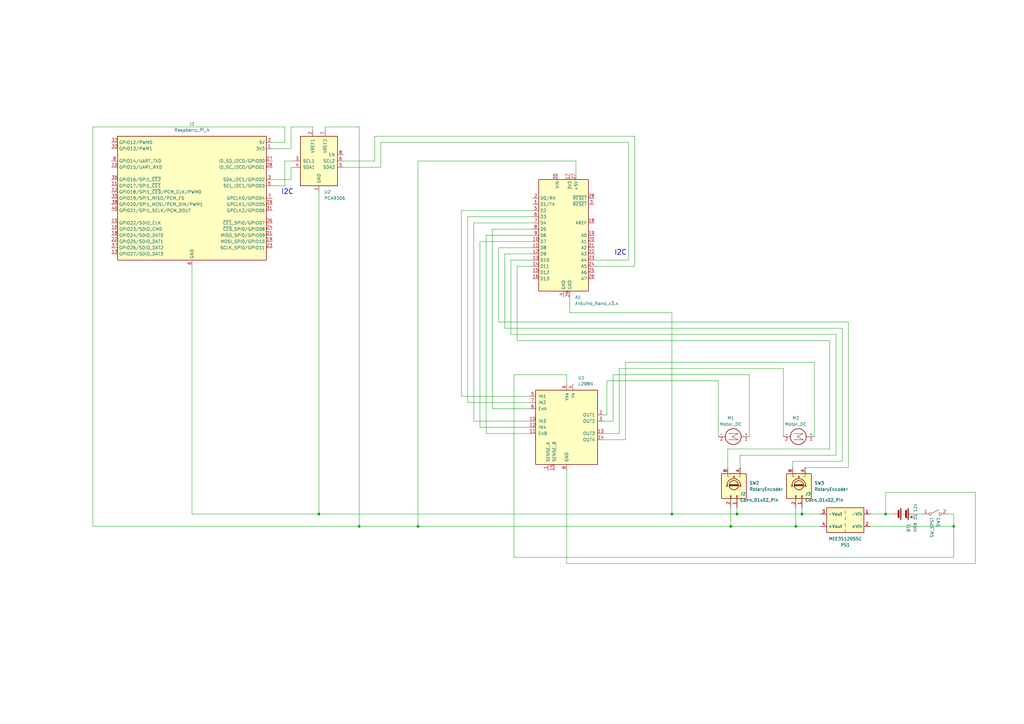
<source format=kicad_sch>
(kicad_sch (version 20250114) (generator "eeschema") (generator_version "9.0")
  (paper "A3")
  (lib_symbols
    (symbol "Connector:Conn_01x02_Pin" (pin_names (offset 1.016) (hide yes))
      (property "Reference" "J" (at 0 2.54 0))
      (property "Value" "Conn_01x02_Pin" (at 0 -5.08 0))
      (symbol "Conn_01x02_Pin_1_1"
        (rectangle (start 0.8636 0.127) (end 0 -0.127) (stroke (width 0.1524)) (fill (type outline)))
        (rectangle (start 0.8636 -2.413) (end 0 -2.667) (stroke (width 0.1524)) (fill (type outline)))
        (polyline (pts (xy 1.27 0) (xy 0.8636 0)) (stroke (width 0.1524)))
        (polyline (pts (xy 1.27 -2.54) (xy 0.8636 -2.54)) (stroke (width 0.1524)))
        (pin passive line (at 5.08 0 180) (length 3.81) (name "Pin_1") (number "1"))
        (pin passive line (at 5.08 -2.54 180) (length 3.81) (name "Pin_2") (number "2"))
      )
    )
    (symbol "Connector:Raspberry_Pi_4"
      (property "Reference" "J" (at -17.526 48.768 0))
      (property "Value" "Raspberry_Pi_4" (at 15.748 -26.416 0))
      (symbol "Raspberry_Pi_4_0_1"
        (rectangle (start -30.48 25.4) (end 30.48 -25.4) (stroke (width 0.254)) (fill (type background)))
      )
      (symbol "Raspberry_Pi_4_1_1"
        (pin bidirectional line (at -33.02 22.86 0) (length 2.54) (name "GPIO12/PWM0") (number "32"))
        (pin bidirectional line (at -33.02 20.32 0) (length 2.54) (name "GPIO13/PWM1") (number "33"))
        (pin bidirectional line (at -33.02 15.24 0) (length 2.54) (name "GPIO14/UART_TXD") (number "8"))
        (pin bidirectional line (at -33.02 12.7 0) (length 2.54) (name "GPIO15/UART_RXD") (number "10"))
        (pin bidirectional line (at -33.02 7.62 0) (length 2.54) (name "GPIO16/SPI1_~{CE2}") (number "36"))
        (pin bidirectional line (at -33.02 5.08 0) (length 2.54) (name "GPIO17/SPI1_~{CE1}") (number "11"))
        (pin bidirectional line (at -33.02 2.54 0) (length 2.54) (name "GPIO18/SPI1_~{CE0}/PCM_CLK/PWM0") (number "12"))
        (pin bidirectional line (at -33.02 0 0) (length 2.54) (name "GPIO19/SPI1_MISO/PCM_FS") (number "35"))
        (pin bidirectional line (at -33.02 -2.54 0) (length 2.54) (name "GPIO20/SPI1_MOSI/PCM_DIN/PWM1") (number "38"))
        (pin bidirectional line (at -33.02 -5.08 0) (length 2.54) (name "GPIO21/SPI1_SCLK/PCM_DOUT") (number "40"))
        (pin bidirectional line (at -33.02 -10.16 0) (length 2.54) (name "GPIO22/SDIO_CLK") (number "15"))
        (pin bidirectional line (at -33.02 -12.7 0) (length 2.54) (name "GPIO23/SDIO_CMD") (number "16"))
        (pin bidirectional line (at -33.02 -15.24 0) (length 2.54) (name "GPIO24/SDIO_DAT0") (number "18"))
        (pin bidirectional line (at -33.02 -17.78 0) (length 2.54) (name "GPIO25/SDIO_DAT1") (number "22"))
        (pin bidirectional line (at -33.02 -20.32 0) (length 2.54) (name "GPIO26/SDIO_DAT2") (number "37"))
        (pin bidirectional line (at -33.02 -22.86 0) (length 2.54) (name "GPIO27/SDIO_DAT3") (number "13"))
        (pin passive line (at 0 -27.94 90) (length 2.54) (hide yes) (name "GND") (number "14"))
        (pin passive line (at 0 -27.94 90) (length 2.54) (hide yes) (name "GND") (number "20"))
        (pin passive line (at 0 -27.94 90) (length 2.54) (hide yes) (name "GND") (number "25"))
        (pin passive line (at 0 -27.94 90) (length 2.54) (hide yes) (name "GND") (number "30"))
        (pin passive line (at 0 -27.94 90) (length 2.54) (hide yes) (name "GND") (number "34"))
        (pin passive line (at 0 -27.94 90) (length 2.54) (hide yes) (name "GND") (number "39"))
        (pin power_out line (at 0 -27.94 90) (length 2.54) (name "GND") (number "6"))
        (pin passive line (at 0 -27.94 90) (length 2.54) (hide yes) (name "GND") (number "9"))
        (pin power_out line (at 33.02 22.86 180) (length 2.54) (name "5V") (number "2"))
        (pin passive line (at 33.02 22.86 180) (length 2.54) (hide yes) (name "5V") (number "4"))
        (pin power_out line (at 33.02 20.32 180) (length 2.54) (name "3V3") (number "1"))
        (pin passive line (at 33.02 20.32 180) (length 2.54) (hide yes) (name "3V3") (number "17"))
        (pin bidirectional line (at 33.02 15.24 180) (length 2.54) (name "ID_SD_I2C0/GPIO00") (number "27"))
        (pin bidirectional line (at 33.02 12.7 180) (length 2.54) (name "ID_SC_I2C0/GPIO01") (number "28"))
        (pin bidirectional line (at 33.02 7.62 180) (length 2.54) (name "SDA_I2C1/GPIO02") (number "3"))
        (pin bidirectional line (at 33.02 5.08 180) (length 2.54) (name "SCL_I2C1/GPIO03") (number "5"))
        (pin bidirectional line (at 33.02 0 180) (length 2.54) (name "GPCLK0/GPIO04") (number "7"))
        (pin bidirectional line (at 33.02 -2.54 180) (length 2.54) (name "GPCLK1/GPIO05") (number "29"))
        (pin bidirectional line (at 33.02 -5.08 180) (length 2.54) (name "GPCLK2/GPIO06") (number "31"))
        (pin bidirectional line (at 33.02 -10.16 180) (length 2.54) (name "~{CE1}_SPI0/GPIO07") (number "26"))
        (pin bidirectional line (at 33.02 -12.7 180) (length 2.54) (name "~{CE0}_SPI0/GPIO08") (number "24"))
        (pin bidirectional line (at 33.02 -15.24 180) (length 2.54) (name "MISO_SPI0/GPIO09") (number "21"))
        (pin bidirectional line (at 33.02 -17.78 180) (length 2.54) (name "MOSI_SPI0/GPIO10") (number "19"))
        (pin bidirectional line (at 33.02 -20.32 180) (length 2.54) (name "SCLK_SPI0/GPIO11") (number "23"))
      )
    )
    (symbol "Converter_DCDC:MEE3S1205SC"
      (property "Reference" "PS" (at -7.62 6.35 0))
      (property "Value" "MEE3S1205SC" (at 1.27 6.35 0))
      (symbol "MEE3S1205SC_0_0"
        (pin power_in line (at -10.16 2.54 0) (length 2.54) (name "+Vin") (number "2"))
        (pin power_in line (at -10.16 -2.54 0) (length 2.54) (name "-Vin") (number "1"))
        (pin power_out line (at 10.16 2.54 180) (length 2.54) (name "+Vout") (number "4"))
        (pin power_out line (at 10.16 -2.54 180) (length 2.54) (name "-Vout") (number "3"))
      )
      (symbol "MEE3S1205SC_0_1"
        (rectangle (start -7.62 5.08) (end 7.62 -5.08) (stroke (width 0.254)) (fill (type background)))
        (polyline (pts (xy 0 5.08) (xy 0 3.81)))
        (polyline (pts (xy 0 2.54) (xy 0 1.27)))
        (polyline (pts (xy 0 0) (xy 0 -1.27)))
        (polyline (pts (xy 0 -2.54) (xy 0 -3.81)))
      )
    )
    (symbol "Device:Battery" (pin_numbers (hide yes)) (pin_names (offset 0) (hide yes))
      (property "Reference" "BT" (at 2.54 2.54 0))
      (property "Value" "Battery" (at 2.54 0 0))
      (symbol "Battery_0_1"
        (rectangle (start -2.286 1.778) (end 2.286 1.524) (fill (type outline)))
        (rectangle (start -2.286 -1.27) (end 2.286 -1.524) (fill (type outline)))
        (rectangle (start -1.524 1.016) (end 1.524 0.508) (fill (type outline)))
        (rectangle (start -1.524 -2.032) (end 1.524 -2.54) (fill (type outline)))
        (polyline (pts (xy 0 1.778) (xy 0 2.54)))
        (polyline (pts (xy 0 0) (xy 0 0.254)))
        (polyline (pts (xy 0 -0.508) (xy 0 -0.254)))
        (polyline (pts (xy 0 -1.016) (xy 0 -0.762)))
        (polyline (pts (xy 0.762 3.048) (xy 1.778 3.048)) (stroke (width 0.254)))
        (polyline (pts (xy 1.27 3.556) (xy 1.27 2.54)) (stroke (width 0.254)))
      )
      (symbol "Battery_1_1"
        (pin passive line (at 0 5.08 270) (length 2.54) (name "+") (number "1"))
        (pin passive line (at 0 -5.08 90) (length 2.54) (name "-") (number "2"))
      )
    )
    (symbol "Device:RotaryEncoder" (pin_names (offset 0.254) (hide yes))
      (property "Reference" "SW2" (at -1.2701 6.35 90))
      (property "Value" "RotaryEncoder" (at 1.2699 6.35 90))
      (symbol "RotaryEncoder_0_1"
        (rectangle (start -5.08 5.08) (end 5.08 -5.08) (stroke (width 0.254)) (fill (type background)))
        (polyline (pts (xy -5.08 2.54) (xy -3.81 2.54) (xy -3.81 2.032)))
        (polyline (pts (xy -5.08 -2.54) (xy -3.81 -2.54) (xy -3.81 -2.032)))
        (circle (center -3.81 0) (radius 0.254) (fill (type outline)))
        (polyline (pts (xy -0.635 -1.778) (xy -0.635 1.778)) (stroke (width 0.254)))
        (circle (center -0.381 0) (radius 1.905) (stroke (width 0.254)))
        (polyline (pts (xy -0.381 -1.778) (xy -0.381 1.778)) (stroke (width 0.254)))
        (arc (start -0.381 -2.794) (mid -3.0988 -0.0635) (end -0.381 2.667) (stroke (width 0.254)))
        (polyline (pts (xy -0.127 1.778) (xy -0.127 -1.778)) (stroke (width 0.254)))
        (polyline (pts (xy 0.254 2.921) (xy -0.508 2.667) (xy 0.127 2.286)) (stroke (width 0.254)))
        (polyline (pts (xy 0.254 -3.048) (xy -0.508 -2.794) (xy 0.127 -2.413)) (stroke (width 0.254)))
      )
      (symbol "RotaryEncoder_1_1"
        (pin passive line (at -7.62 2.54 0) (length 2.54) (name "A") (number "A"))
        (pin passive line (at -7.62 -2.54 0) (length 2.54) (name "B") (number "B"))
      )
    )
    (symbol "Driver_Motor:L298N" (pin_names (offset 1.016))
      (property "Reference" "U" (at -10.16 16.51 0))
      (property "Value" "L298N" (at 12.7 16.51 0))
      (symbol "L298N_0_1"
        (rectangle (start -12.7 15.24) (end 12.7 -15.24) (stroke (width 0.254)) (fill (type background)))
      )
      (symbol "L298N_1_1"
        (pin input line (at -15.24 12.7 0) (length 2.54) (name "IN1") (number "5"))
        (pin input line (at -15.24 10.16 0) (length 2.54) (name "IN2") (number "7"))
        (pin input line (at -15.24 7.62 0) (length 2.54) (name "EnA") (number "6"))
        (pin input line (at -15.24 2.54 0) (length 2.54) (name "IN3") (number "10"))
        (pin input line (at -15.24 0 0) (length 2.54) (name "IN4") (number "12"))
        (pin input line (at -15.24 -2.54 0) (length 2.54) (name "EnB") (number "11"))
        (pin power_in line (at -7.62 -17.78 90) (length 2.54) (name "SENSE_A") (number "1"))
        (pin power_in line (at -5.08 -17.78 90) (length 2.54) (name "SENSE_B") (number "15"))
        (pin power_in line (at 0 17.78 270) (length 2.54) (name "Vss") (number "9"))
        (pin power_in line (at 0 -17.78 90) (length 2.54) (name "GND") (number "8"))
        (pin power_in line (at 2.54 17.78 270) (length 2.54) (name "Vs") (number "4"))
        (pin output line (at 15.24 5.08 180) (length 2.54) (name "OUT1") (number "2"))
        (pin output line (at 15.24 2.54 180) (length 2.54) (name "OUT2") (number "3"))
        (pin output line (at 15.24 -2.54 180) (length 2.54) (name "OUT3") (number "13"))
        (pin output line (at 15.24 -5.08 180) (length 2.54) (name "OUT4") (number "14"))
      )
    )
    (symbol "Interface:PCA9306" (pin_names (offset 1.016))
      (property "Reference" "U" (at -7.62 11.43 0))
      (property "Value" "PCA9306" (at 5.08 11.43 0))
      (symbol "PCA9306_0_1"
        (rectangle (start -7.62 10.16) (end 7.62 -10.16) (stroke (width 0.254)) (fill (type background)))
      )
      (symbol "PCA9306_1_1"
        (pin bidirectional line (at -10.16 0 0) (length 2.54) (name "SCL1") (number "3"))
        (pin bidirectional line (at -10.16 -2.54 0) (length 2.54) (name "SDA1") (number "4"))
        (pin power_in line (at -2.54 12.7 270) (length 2.54) (name "VREF1") (number "2"))
        (pin power_in line (at 0 -12.7 90) (length 2.54) (name "GND") (number "1"))
        (pin power_in line (at 2.54 12.7 270) (length 2.54) (name "VREF2") (number "7"))
        (pin input line (at 10.16 2.54 180) (length 2.54) (name "EN") (number "8"))
        (pin bidirectional line (at 10.16 0 180) (length 2.54) (name "SCL2") (number "6"))
        (pin bidirectional line (at 10.16 -2.54 180) (length 2.54) (name "SDA2") (number "5"))
      )
    )
    (symbol "MCU_Module:Arduino_Nano_v3.x"
      (property "Reference" "A" (at -10.16 23.495 0))
      (property "Value" "Arduino_Nano_v3.x" (at 5.08 -24.13 0))
      (symbol "Arduino_Nano_v3.x_0_1"
        (rectangle (start -10.16 22.86) (end 10.16 -22.86) (stroke (width 0.254)) (fill (type background)))
      )
      (symbol "Arduino_Nano_v3.x_1_1"
        (pin bidirectional line (at -12.7 15.24 0) (length 2.54) (name "D0/RX") (number "2"))
        (pin bidirectional line (at -12.7 12.7 0) (length 2.54) (name "D1/TX") (number "1"))
        (pin bidirectional line (at -12.7 10.16 0) (length 2.54) (name "D2") (number "5"))
        (pin bidirectional line (at -12.7 7.62 0) (length 2.54) (name "D3") (number "6"))
        (pin bidirectional line (at -12.7 5.08 0) (length 2.54) (name "D4") (number "7"))
        (pin bidirectional line (at -12.7 2.54 0) (length 2.54) (name "D5") (number "8"))
        (pin bidirectional line (at -12.7 0 0) (length 2.54) (name "D6") (number "9"))
        (pin bidirectional line (at -12.7 -2.54 0) (length 2.54) (name "D7") (number "10"))
        (pin bidirectional line (at -12.7 -5.08 0) (length 2.54) (name "D8") (number "11"))
        (pin bidirectional line (at -12.7 -7.62 0) (length 2.54) (name "D9") (number "12"))
        (pin bidirectional line (at -12.7 -10.16 0) (length 2.54) (name "D10") (number "13"))
        (pin bidirectional line (at -12.7 -12.7 0) (length 2.54) (name "D11") (number "14"))
        (pin bidirectional line (at -12.7 -15.24 0) (length 2.54) (name "D12") (number "15"))
        (pin bidirectional line (at -12.7 -17.78 0) (length 2.54) (name "D13") (number "16"))
        (pin power_in line (at -2.54 25.4 270) (length 2.54) (name "VIN") (number "30"))
        (pin power_in line (at 0 -25.4 90) (length 2.54) (name "GND") (number "4"))
        (pin power_out line (at 2.54 25.4 270) (length 2.54) (name "3V3") (number "17"))
        (pin power_in line (at 2.54 -25.4 90) (length 2.54) (name "GND") (number "29"))
        (pin power_out line (at 5.08 25.4 270) (length 2.54) (name "+5V") (number "27"))
        (pin input line (at 12.7 15.24 180) (length 2.54) (name "~{RESET}") (number "28"))
        (pin input line (at 12.7 12.7 180) (length 2.54) (name "~{RESET}") (number "3"))
        (pin input line (at 12.7 5.08 180) (length 2.54) (name "AREF") (number "18"))
        (pin bidirectional line (at 12.7 0 180) (length 2.54) (name "A0") (number "19"))
        (pin bidirectional line (at 12.7 -2.54 180) (length 2.54) (name "A1") (number "20"))
        (pin bidirectional line (at 12.7 -5.08 180) (length 2.54) (name "A2") (number "21"))
        (pin bidirectional line (at 12.7 -7.62 180) (length 2.54) (name "A3") (number "22"))
        (pin bidirectional line (at 12.7 -10.16 180) (length 2.54) (name "A4") (number "23"))
        (pin bidirectional line (at 12.7 -12.7 180) (length 2.54) (name "A5") (number "24"))
        (pin bidirectional line (at 12.7 -15.24 180) (length 2.54) (name "A6") (number "25"))
        (pin bidirectional line (at 12.7 -17.78 180) (length 2.54) (name "A7") (number "26"))
      )
    )
    (symbol "Motor:Motor_DC" (pin_names (offset 0))
      (property "Reference" "M" (at 2.54 2.54 0))
      (property "Value" "Motor_DC" (at 2.54 -5.08 0))
      (symbol "Motor_DC_0_0"
        (polyline (pts (xy -1.27 -3.302) (xy -1.27 0.508) (xy 0 -2.032) (xy 1.27 0.508) (xy 1.27 -3.302)))
      )
      (symbol "Motor_DC_0_1"
        (polyline (pts (xy 0 2.032) (xy 0 2.54)))
        (polyline (pts (xy 0 1.7272) (xy 0 2.0828)))
        (circle (center 0 -1.524) (radius 3.2512) (stroke (width 0.254)))
        (polyline (pts (xy 0 -4.7752) (xy 0 -5.1816)))
        (polyline (pts (xy 0 -7.62) (xy 0 -7.112)))
      )
      (symbol "Motor_DC_1_1"
        (pin passive line (at 0 5.08 270) (length 2.54) (name "+") (number "1"))
        (pin passive line (at 0 -7.62 90) (length 2.54) (name "-") (number "2"))
      )
    )
    (symbol "Switch:SW_SPST" (pin_names (offset 0) (hide yes))
      (property "Reference" "SW" (at 0 3.175 0))
      (property "Value" "SW_SPST" (at 0 -2.54 0))
      (symbol "SW_SPST_0_0"
        (circle (center -2.032 0) (radius 0.508))
        (polyline (pts (xy -1.524 0.254) (xy 1.524 1.778)))
        (circle (center 2.032 0) (radius 0.508))
      )
      (symbol "SW_SPST_1_1"
        (pin passive line (at -5.08 0 0) (length 2.54) (name "A") (number "1"))
        (pin passive line (at 5.08 0 180) (length 2.54) (name "B") (number "2"))
      )
    )
  )
  (text "I2C" (at 254.508 103.632 0) (effects (font (size 2 2) (thickness 0.25))))
  (text "I2C" (at 117.856 78.74 0) (effects (font (size 2 2) (thickness 0.25))))
  (junction (at 130.81 210.82))
  (junction (at 147.32 215.9))
  (junction (at 326.39 215.9))
  (junction (at 302.26 210.82))
  (junction (at 171.45 215.9))
  (junction (at 275.59 210.82))
  (junction (at 328.93 210.82))
  (junction (at 391.16 215.9))
  (junction (at 363.22 210.82))
  (junction (at 299.72 215.9))
  (wire (pts (xy 209.55 106.68) (xy 209.55 137.16)))
  (wire (pts (xy 189.23 86.36) (xy 189.23 162.56)))
  (wire (pts (xy 199.39 177.8) (xy 217.17 177.8)))
  (wire (pts (xy 302.26 210.82) (xy 328.93 210.82)))
  (wire (pts (xy 243.84 109.22) (xy 260.35 109.22)))
  (wire (pts (xy 218.44 93.98) (xy 201.93 93.98)))
  (wire (pts (xy 236.22 66.04) (xy 171.45 66.04)))
  (wire (pts (xy 236.22 66.04) (xy 236.22 71.12)))
  (wire (pts (xy 119.38 52.07) (xy 119.38 60.96)))
  (wire (pts (xy 257.81 106.68) (xy 257.81 58.42)))
  (wire (pts (xy 256.54 148.59) (xy 256.54 180.34)))
  (wire (pts (xy 153.67 55.88) (xy 153.67 66.04)))
  (wire (pts (xy 189.23 162.56) (xy 217.17 162.56)))
  (wire (pts (xy 251.46 153.67) (xy 307.34 153.67)))
  (wire (pts (xy 218.44 88.9) (xy 191.77 88.9)))
  (wire (pts (xy 321.31 151.13) (xy 321.31 179.07)))
  (wire (pts (xy 218.44 86.36) (xy 189.23 86.36)))
  (wire (pts (xy 218.44 106.68) (xy 209.55 106.68)))
  (wire (pts (xy 340.36 139.7) (xy 340.36 184.15)))
  (wire (pts (xy 119.38 52.07) (xy 128.27 52.07)))
  (wire (pts (xy 38.1 215.9) (xy 147.32 215.9)))
  (wire (pts (xy 342.9 137.16) (xy 342.9 186.69)))
  (wire (pts (xy 326.39 215.9) (xy 336.55 215.9)))
  (wire (pts (xy 116.84 58.42) (xy 111.76 58.42)))
  (wire (pts (xy 363.22 210.82) (xy 365.76 210.82)))
  (wire (pts (xy 116.84 66.04) (xy 116.84 76.2)))
  (wire (pts (xy 130.81 78.74) (xy 130.81 210.82)))
  (wire (pts (xy 212.09 109.22) (xy 212.09 139.7)))
  (wire (pts (xy 130.81 210.82) (xy 275.59 210.82)))
  (wire (pts (xy 299.72 208.28) (xy 299.72 215.9)))
  (wire (pts (xy 201.93 93.98) (xy 201.93 167.64)))
  (wire (pts (xy 196.85 99.06) (xy 218.44 99.06)))
  (wire (pts (xy 218.44 104.14) (xy 207.01 104.14)))
  (wire (pts (xy 191.77 165.1) (xy 217.17 165.1)))
  (wire (pts (xy 328.93 210.82) (xy 336.55 210.82)))
  (wire (pts (xy 212.09 139.7) (xy 340.36 139.7)))
  (wire (pts (xy 340.36 184.15) (xy 298.45 184.15)))
  (wire (pts (xy 116.84 52.07) (xy 38.1 52.07)))
  (wire (pts (xy 207.01 134.62) (xy 345.44 134.62)))
  (wire (pts (xy 275.59 128.27) (xy 275.59 210.82)))
  (wire (pts (xy 119.38 68.58) (xy 120.65 68.58)))
  (wire (pts (xy 156.21 58.42) (xy 257.81 58.42)))
  (wire (pts (xy 233.68 128.27) (xy 233.68 121.92)))
  (wire (pts (xy 302.26 208.28) (xy 302.26 210.82)))
  (wire (pts (xy 251.46 172.72) (xy 247.65 172.72)))
  (wire (pts (xy 363.22 201.93) (xy 363.22 210.82)))
  (wire (pts (xy 254 151.13) (xy 321.31 151.13)))
  (wire (pts (xy 294.64 179.07) (xy 294.64 156.21)))
  (wire (pts (xy 400.05 201.93) (xy 363.22 201.93)))
  (wire (pts (xy 111.76 73.66) (xy 119.38 73.66)))
  (wire (pts (xy 345.44 134.62) (xy 345.44 189.23)))
  (wire (pts (xy 147.32 52.07) (xy 147.32 215.9)))
  (wire (pts (xy 194.31 91.44) (xy 218.44 91.44)))
  (wire (pts (xy 248.92 156.21) (xy 294.64 156.21)))
  (wire (pts (xy 111.76 60.96) (xy 119.38 60.96)))
  (wire (pts (xy 153.67 55.88) (xy 260.35 55.88)))
  (wire (pts (xy 388.62 210.82) (xy 391.16 210.82)))
  (wire (pts (xy 147.32 215.9) (xy 171.45 215.9)))
  (wire (pts (xy 116.84 66.04) (xy 120.65 66.04)))
  (wire (pts (xy 342.9 186.69) (xy 303.53 186.69)))
  (wire (pts (xy 210.82 228.6) (xy 210.82 153.67)))
  (wire (pts (xy 116.84 52.07) (xy 116.84 58.42)))
  (wire (pts (xy 232.41 193.04) (xy 232.41 231.14)))
  (wire (pts (xy 356.87 210.82) (xy 363.22 210.82)))
  (wire (pts (xy 298.45 184.15) (xy 298.45 191.77)))
  (wire (pts (xy 133.35 52.07) (xy 133.35 53.34)))
  (wire (pts (xy 251.46 153.67) (xy 251.46 172.72)))
  (wire (pts (xy 38.1 52.07) (xy 38.1 215.9)))
  (wire (pts (xy 256.54 148.59) (xy 334.01 148.59)))
  (wire (pts (xy 307.34 153.67) (xy 307.34 179.07)))
  (wire (pts (xy 209.55 137.16) (xy 342.9 137.16)))
  (wire (pts (xy 153.67 66.04) (xy 140.97 66.04)))
  (wire (pts (xy 254 177.8) (xy 247.65 177.8)))
  (wire (pts (xy 156.21 58.42) (xy 156.21 68.58)))
  (wire (pts (xy 326.39 208.28) (xy 326.39 215.9)))
  (wire (pts (xy 325.12 189.23) (xy 325.12 191.77)))
  (wire (pts (xy 204.47 132.08) (xy 347.98 132.08)))
  (wire (pts (xy 232.41 231.14) (xy 400.05 231.14)))
  (wire (pts (xy 191.77 88.9) (xy 191.77 165.1)))
  (wire (pts (xy 196.85 99.06) (xy 196.85 175.26)))
  (wire (pts (xy 233.68 128.27) (xy 275.59 128.27)))
  (wire (pts (xy 334.01 148.59) (xy 334.01 179.07)))
  (wire (pts (xy 256.54 180.34) (xy 247.65 180.34)))
  (wire (pts (xy 78.74 109.22) (xy 78.74 210.82)))
  (wire (pts (xy 204.47 101.6) (xy 204.47 132.08)))
  (wire (pts (xy 194.31 91.44) (xy 194.31 172.72)))
  (wire (pts (xy 347.98 132.08) (xy 347.98 191.77)))
  (wire (pts (xy 248.92 156.21) (xy 248.92 170.18)))
  (wire (pts (xy 378.46 210.82) (xy 375.92 210.82)))
  (wire (pts (xy 248.92 170.18) (xy 247.65 170.18)))
  (wire (pts (xy 171.45 215.9) (xy 299.72 215.9)))
  (wire (pts (xy 171.45 66.04) (xy 171.45 215.9)))
  (wire (pts (xy 78.74 210.82) (xy 130.81 210.82)))
  (wire (pts (xy 201.93 167.64) (xy 217.17 167.64)))
  (wire (pts (xy 194.31 172.72) (xy 217.17 172.72)))
  (wire (pts (xy 128.27 52.07) (xy 128.27 53.34)))
  (wire (pts (xy 260.35 109.22) (xy 260.35 55.88)))
  (wire (pts (xy 156.21 68.58) (xy 140.97 68.58)))
  (wire (pts (xy 254 151.13) (xy 254 177.8)))
  (wire (pts (xy 199.39 96.52) (xy 218.44 96.52)))
  (wire (pts (xy 356.87 215.9) (xy 391.16 215.9)))
  (wire (pts (xy 328.93 208.28) (xy 328.93 210.82)))
  (wire (pts (xy 303.53 186.69) (xy 303.53 191.77)))
  (wire (pts (xy 207.01 104.14) (xy 207.01 134.62)))
  (wire (pts (xy 275.59 210.82) (xy 302.26 210.82)))
  (wire (pts (xy 391.16 228.6) (xy 391.16 215.9)))
  (wire (pts (xy 133.35 52.07) (xy 147.32 52.07)))
  (wire (pts (xy 199.39 96.52) (xy 199.39 177.8)))
  (wire (pts (xy 196.85 175.26) (xy 217.17 175.26)))
  (wire (pts (xy 400.05 231.14) (xy 400.05 201.93)))
  (wire (pts (xy 347.98 191.77) (xy 330.2 191.77)))
  (wire (pts (xy 111.76 76.2) (xy 116.84 76.2)))
  (wire (pts (xy 299.72 215.9) (xy 326.39 215.9)))
  (wire (pts (xy 210.82 153.67) (xy 232.41 153.67)))
  (wire (pts (xy 345.44 189.23) (xy 325.12 189.23)))
  (wire (pts (xy 210.82 228.6) (xy 391.16 228.6)))
  (wire (pts (xy 204.47 101.6) (xy 218.44 101.6)))
  (wire (pts (xy 391.16 215.9) (xy 391.16 210.82)))
  (wire (pts (xy 243.84 106.68) (xy 257.81 106.68)))
  (wire (pts (xy 232.41 153.67) (xy 232.41 157.48)))
  (wire (pts (xy 119.38 68.58) (xy 119.38 73.66)))
  (wire (pts (xy 218.44 109.22) (xy 212.09 109.22)))
  (symbol (lib_id "Switch:SW_SPST") (at 383.54 210.82 0) (unit 1)
    (property "Reference" "SW1" (at 384.8101 212.09 90) (effects (justify right)))
    (property "Value" "SW_SPST" (at 382.2701 212.09 90) (effects (justify right)))
    (property "Description" "Single Pole Single Throw (SPST) switch" (effects (hide yes)))
  )
  (symbol (lib_id "Driver_Motor:L298N") (at 232.41 175.26 0) (unit 1)
    (property "Reference" "U1" (at 237.0933 154.94 0) (effects (justify left)))
    (property "Value" "L298N" (at 237.0933 157.48 0) (effects (justify left)))
    (property "Footprint" "Package_TO_SOT_THT:TO-220-15_P2.54x2.54mm_StaggerOdd_Lead4.58mm_Vertical" (effects (hide yes)))
    (property "Datasheet" "http://www.st.com/st-web-ui/static/active/en/resource/technical/document/datasheet/CD00000240.pdf" (effects (hide yes)))
    (property "Description" "Dual full bridge motor driver, up to 46V, 4A, Multiwatt15-V" (effects (hide yes)))
  )
  (symbol (lib_id "Connector:Conn_01x02_Pin") (at 302.26 203.2 270) (unit 1)
    (property "Reference" "J2" (at 303.53 202.5649 90) (effects (justify left)))
    (property "Value" "Conn_01x02_Pin" (at 303.53 205.1049 90) (effects (justify left)))
    (property "Description" "Generic connector, single row, 01x02, script generated" (effects (hide yes)))
  )
  (symbol (lib_id "Device:RotaryEncoder") (at 327.66 199.39 270) (unit 1)
    (property "Reference" "SW3" (at 334.01 198.1199 90) (effects (justify left)))
    (property "Value" "RotaryEncoder" (at 334.01 200.6599 90) (effects (justify left)))
    (property "Description" "Rotary encoder, dual channel, incremental quadrate outputs" (effects (hide yes)))
  )
  (symbol (lib_id "Converter_DCDC:MEE3S1205SC") (at 346.71 213.36 180) (unit 1)
    (property "Reference" "PS1" (at 346.71 223.52 0))
    (property "Value" "MEE3S1205SC" (at 346.71 220.98 0))
    (property "Footprint" "Converter_DCDC:Converter_DCDC_Murata_MEE3SxxxxSC_THT" (effects (hide yes)))
    (property "Datasheet" "https://power.murata.com/pub/data/power/ncl/kdc_mee3.pdf" (effects (hide yes)))
    (property "Description" "3W, 1000 VDC isolated DC/DC converter, 12V input, 5V output, SIP" (effects (hide yes)))
  )
  (symbol (lib_id "Connector:Raspberry_Pi_4") (at 78.74 81.28 0) (unit 1)
    (property "Reference" "J1" (at 78.74 50.8 0))
    (property "Value" "Raspberry_Pi_4" (at 78.74 53.34 0))
    (property "Datasheet" "https://datasheets.raspberrypi.com/rpi4/raspberry-pi-4-datasheet.pdf" (effects (hide yes)))
    (property "Description" "Raspberry Pi 4 Model B" (effects (hide yes)))
  )
  (symbol (lib_id "Motor:Motor_DC") (at 302.26 179.07 270) (unit 1)
    (property "Reference" "M1" (at 299.72 171.45 90))
    (property "Value" "Motor_DC" (at 299.72 173.99 90))
    (property "Description" "DC Motor" (effects (hide yes)))
  )
  (symbol (lib_id "Connector:Conn_01x02_Pin") (at 328.93 203.2 270) (unit 1)
    (property "Reference" "J3" (at 330.2 202.5649 90) (effects (justify left)))
    (property "Value" "Conn_01x02_Pin" (at 330.2 205.1049 90) (effects (justify left)))
    (property "Description" "Generic connector, single row, 01x02, script generated" (effects (hide yes)))
  )
  (symbol (lib_id "Motor:Motor_DC") (at 328.93 179.07 270) (unit 1)
    (property "Reference" "M2" (at 326.39 171.45 90))
    (property "Value" "Motor_DC" (at 326.39 173.99 90))
    (property "Description" "DC Motor" (effects (hide yes)))
  )
  (symbol (lib_id "Interface:PCA9306") (at 130.81 66.04 0) (unit 1)
    (property "Reference" "U2" (at 132.9533 78.74 0) (effects (justify left)))
    (property "Value" "PCA9306" (at 132.9533 81.28 0) (effects (justify left)))
    (property "Datasheet" "http://www.ti.com/lit/ds/symlink/pca9306.pdf" (effects (hide yes)))
    (property "Description" "Dual bidirectional I2C Bus and SMBus voltage level translator" (effects (hide yes)))
  )
  (symbol (lib_id "Device:RotaryEncoder") (at 300.99 199.39 270) (unit 1)
    (property "Reference" "SW2" (at 307.34 198.1199 90) (effects (justify left)))
    (property "Value" "RotaryEncoder" (at 307.34 200.6599 90) (effects (justify left)))
    (property "Description" "Rotary encoder, dual channel, incremental quadrate outputs" (effects (hide yes)))
  )
  (symbol (lib_id "MCU_Module:Arduino_Nano_v3.x") (at 231.14 96.52 0) (unit 1)
    (property "Reference" "A1" (at 235.8233 121.92 0) (effects (justify left)))
    (property "Value" "Arduino_Nano_v3.x" (at 235.8233 124.46 0) (effects (justify left)))
    (property "Footprint" "Module:Arduino_Nano" (effects (hide yes)))
    (property "Datasheet" "http://www.mouser.com/pdfdocs/Gravitech_Arduino_Nano3_0.pdf" (effects (hide yes)))
    (property "Description" "Arduino Nano v3.x" (effects (hide yes)))
  )
  (symbol (lib_id "Device:Battery") (at 370.84 210.82 270) (unit 1)
    (property "Reference" "BT1" (at 372.6816 214.63 0) (effects (justify left)))
    (property "Value" "HRB 3S 12v" (at 375.412 206.502 0) (effects (justify left)))
    (property "Description" "Multiple-cell battery" (effects (hide yes)))
  )
)
</source>
